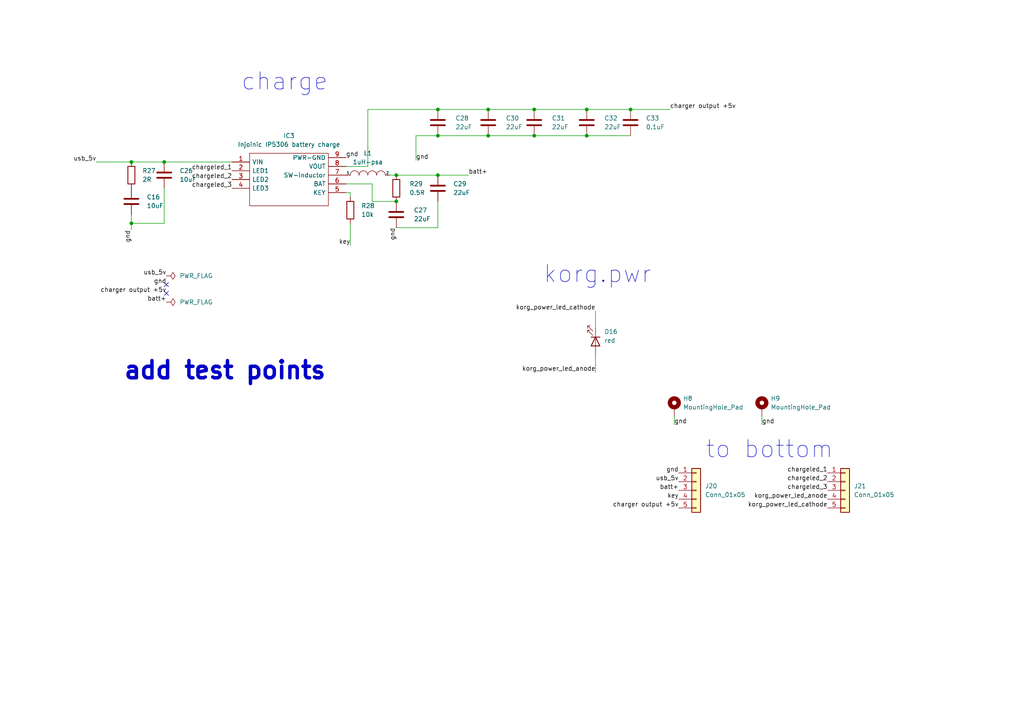
<source format=kicad_sch>
(kicad_sch (version 20211123) (generator eeschema)
  (paper "A4")
  (lib_symbols
    (symbol "Connector_Generic:Conn_01x05" (pin_names (offset 1.016) hide)
      (property "Reference" "J" (at 0 7.62 0))
      (property "Value" "Conn_01x05" (at 0 -7.62 0))
      (symbol "Conn_01x05_1_1"
        (rectangle (start -1.27 -4.953) (end 0 -5.207) (stroke (width 0.1524)))
        (rectangle (start -1.27 -2.413) (end 0 -2.667) (stroke (width 0.1524)))
        (rectangle (start -1.27 0.127) (end 0 -0.127) (stroke (width 0.1524)))
        (rectangle (start -1.27 2.667) (end 0 2.413) (stroke (width 0.1524)))
        (rectangle (start -1.27 5.207) (end 0 4.953) (stroke (width 0.1524)))
        (rectangle (start -1.27 6.35) (end 1.27 -6.35) (stroke (width 0.254)) (fill (type background)))
        (pin passive line (at -5.08 5.08 0) (length 3.81) (name "Pin_1") (number "1"))
        (pin passive line (at -5.08 2.54 0) (length 3.81) (name "Pin_2") (number "2"))
        (pin passive line (at -5.08 0 0) (length 3.81) (name "Pin_3") (number "3"))
        (pin passive line (at -5.08 -2.54 0) (length 3.81) (name "Pin_4") (number "4"))
        (pin passive line (at -5.08 -5.08 0) (length 3.81) (name "Pin_5") (number "5"))
      )
    )
    (symbol "Device:C" (pin_numbers hide) (pin_names (offset 0.254))
      (property "Reference" "C" (at 0.635 2.54 0))
      (property "Value" "C" (at 0.635 -2.54 0))
      (symbol "C_0_1"
        (polyline (pts (xy -2.032 -0.762) (xy 2.032 -0.762)) (stroke (width 0.508)))
        (polyline (pts (xy -2.032 0.762) (xy 2.032 0.762)) (stroke (width 0.508)))
      )
      (symbol "C_1_1"
        (pin passive line (at 0 3.81 270) (length 2.794) (name "~") (number "1"))
        (pin passive line (at 0 -3.81 90) (length 2.794) (name "~") (number "2"))
      )
    )
    (symbol "Device:LED" (pin_numbers hide) (pin_names (offset 1.016) hide)
      (property "Reference" "D" (at 0 2.54 0))
      (property "Value" "LED" (at 0 -2.54 0))
      (symbol "LED_0_1"
        (polyline (pts (xy -1.27 -1.27) (xy -1.27 1.27)) (stroke (width 0.254)))
        (polyline (pts (xy -1.27 0) (xy 1.27 0)))
        (polyline (pts (xy 1.27 -1.27) (xy 1.27 1.27) (xy -1.27 0) (xy 1.27 -1.27)) (stroke (width 0.254)))
        (polyline (pts (xy -3.048 -0.762) (xy -4.572 -2.286) (xy -3.81 -2.286) (xy -4.572 -2.286) (xy -4.572 -1.524)))
        (polyline (pts (xy -1.778 -0.762) (xy -3.302 -2.286) (xy -2.54 -2.286) (xy -3.302 -2.286) (xy -3.302 -1.524)))
      )
      (symbol "LED_1_1"
        (pin passive line (at -3.81 0 0) (length 2.54) (name "K") (number "1"))
        (pin passive line (at 3.81 0 180) (length 2.54) (name "A") (number "2"))
      )
    )
    (symbol "Device:R" (pin_numbers hide) (pin_names (offset 0))
      (property "Reference" "R" (at 2.032 0 90))
      (property "Value" "R" (at 0 0 90))
      (symbol "R_0_1"
        (rectangle (start -1.016 -2.54) (end 1.016 2.54) (stroke (width 0.254)))
      )
      (symbol "R_1_1"
        (pin passive line (at 0 3.81 270) (length 1.27) (name "~") (number "1"))
        (pin passive line (at 0 -3.81 90) (length 1.27) (name "~") (number "2"))
      )
    )
    (symbol "Mechanical:MountingHole_Pad" (pin_numbers hide) (pin_names (offset 1.016) hide)
      (property "Reference" "H" (at 0 6.35 0))
      (property "Value" "MountingHole_Pad" (at 0 4.445 0))
      (symbol "MountingHole_Pad_0_1"
        (circle (center 0 1.27) (radius 1.27) (stroke (width 1.27)))
      )
      (symbol "MountingHole_Pad_1_1"
        (pin input line (at 0 -2.54 90) (length 2.54) (name "1") (number "1"))
      )
    )
    (symbol "clarinoid2:Injoinic IP5306 battery charge" (pin_names (offset 0.762))
      (property "Reference" "IC" (at -11.43 10.16 0))
      (property "Value" "Injoinic IP5306 battery charge" (at -11.43 7.62 0))
      (symbol "Injoinic IP5306 battery charge_0_0"
        (pin power_in line (at -16.51 3.81 0) (length 5.08) (name "VIN") (number "1"))
        (pin output line (at -16.51 1.27 0) (length 5.08) (name "LED1") (number "2"))
        (pin output line (at -16.51 -1.27 0) (length 5.08) (name "LED2") (number "3"))
        (pin passive line (at -16.51 -3.81 0) (length 5.08) (name "LED3") (number "4"))
        (pin passive line (at 16.51 -5.08 180) (length 5.08) (name "KEY") (number "5"))
        (pin passive line (at 16.51 -2.54 180) (length 5.08) (name "BAT") (number "6"))
        (pin passive line (at 16.51 0 180) (length 5.08) (name "SW-inductor") (number "7"))
        (pin power_out line (at 16.51 2.54 180) (length 5.08) (name "VOUT") (number "8"))
        (pin power_out line (at 16.51 5.08 180) (length 5.08) (name "PWR-GND") (number "9"))
      )
      (symbol "Injoinic IP5306 battery charge_0_1"
        (polyline (pts (xy -11.43 6.35) (xy 11.43 6.35) (xy 11.43 -8.89) (xy -11.43 -8.89) (xy -11.43 6.35)) (stroke (width 0.1524)))
      )
    )
    (symbol "power:PWR_FLAG" (power) (pin_numbers hide) (pin_names (offset 0) hide)
      (property "Value" "PWR_FLAG" (at 0 3.81 0))
      (symbol "PWR_FLAG_0_0"
        (pin power_out line (at 0 0 90) (length 0) (name "pwr") (number "1"))
      )
      (symbol "PWR_FLAG_0_1"
        (polyline (pts (xy 0 0) (xy 0 1.27) (xy -1.016 1.905) (xy 0 2.54) (xy 1.016 1.905) (xy 0 1.27)))
      )
    )
    (symbol "pspice:INDUCTOR" (pin_numbers hide) (pin_names (offset 0))
      (property "Reference" "L" (at 0 2.54 0))
      (property "Value" "INDUCTOR" (at 0 -1.27 0))
      (symbol "INDUCTOR_0_1"
        (arc (start -2.54 0) (mid -3.81 1.27) (end -5.08 0))
        (arc (start 0 0) (mid -1.27 1.27) (end -2.54 0))
        (arc (start 2.54 0) (mid 1.27 1.27) (end 0 0))
        (arc (start 5.08 0) (mid 3.81 1.27) (end 2.54 0))
      )
      (symbol "INDUCTOR_1_1"
        (pin input line (at -6.35 0 0) (length 1.27) (name "1") (number "1"))
        (pin input line (at 6.35 0 180) (length 1.27) (name "2") (number "2"))
      )
    )
  )
  (junction (at 38.1 46.99))
  (junction (at 141.605 31.75))
  (junction (at 47.625 46.99))
  (junction (at 114.935 58.42))
  (junction (at 141.605 39.37))
  (junction (at 38.1 64.77))
  (junction (at 170.18 31.75))
  (junction (at 127 31.75))
  (junction (at 154.94 39.37))
  (junction (at 154.94 31.75))
  (junction (at 127 50.8))
  (junction (at 170.18 39.37))
  (junction (at 182.88 31.75))
  (junction (at 114.935 50.8))
  (junction (at 127 39.37))
  (no_connect (at 48.26 82.55))
  (no_connect (at 48.26 85.09))
  (wire (pts (xy 120.65 39.37) (xy 120.65 46.482)))
  (wire (pts (xy 47.625 64.77) (xy 38.1 64.77)))
  (wire (pts (xy 114.935 50.8) (xy 127 50.8)))
  (wire (pts (xy 127 66.04) (xy 127 58.42)))
  (wire (pts (xy 100.33 48.26) (xy 106.68 48.26)))
  (wire (pts (xy 38.1 64.77) (xy 38.1 66.675)))
  (wire (pts (xy 172.72 90.17) (xy 172.72 95.25)))
  (wire (pts (xy 101.6 71.12) (xy 101.6 64.77)))
  (wire (pts (xy 114.935 66.04) (xy 127 66.04)))
  (wire (pts (xy 38.1 62.23) (xy 38.1 64.77)))
  (wire (pts (xy 101.6 55.88) (xy 101.6 57.15)))
  (wire (pts (xy 182.88 39.37) (xy 170.18 39.37)))
  (wire (pts (xy 182.88 31.75) (xy 170.18 31.75)))
  (wire (pts (xy 141.605 31.75) (xy 127 31.75)))
  (wire (pts (xy 107.95 58.42) (xy 114.935 58.42)))
  (wire (pts (xy 107.95 53.34) (xy 107.95 58.42)))
  (wire (pts (xy 195.58 123.19) (xy 195.58 120.65)))
  (wire (pts (xy 170.18 31.75) (xy 154.94 31.75)))
  (wire (pts (xy 154.94 39.37) (xy 141.605 39.37)))
  (wire (pts (xy 194.31 31.75) (xy 182.88 31.75)))
  (wire (pts (xy 172.72 107.95) (xy 172.72 102.87)))
  (wire (pts (xy 27.94 46.99) (xy 38.1 46.99)))
  (wire (pts (xy 154.94 31.75) (xy 141.605 31.75)))
  (wire (pts (xy 127 39.37) (xy 120.65 39.37)))
  (wire (pts (xy 38.1 46.99) (xy 47.625 46.99)))
  (wire (pts (xy 106.68 48.26) (xy 106.68 31.75)))
  (wire (pts (xy 170.18 39.37) (xy 154.94 39.37)))
  (wire (pts (xy 106.68 31.75) (xy 127 31.75)))
  (wire (pts (xy 220.98 123.19) (xy 220.98 120.65)))
  (wire (pts (xy 141.605 39.37) (xy 127 39.37)))
  (wire (pts (xy 100.33 55.88) (xy 101.6 55.88)))
  (wire (pts (xy 47.625 54.61) (xy 47.625 64.77)))
  (wire (pts (xy 100.33 53.34) (xy 107.95 53.34)))
  (wire (pts (xy 113.03 50.8) (xy 114.935 50.8)))
  (wire (pts (xy 47.625 46.99) (xy 67.31 46.99)))
  (wire (pts (xy 127 50.8) (xy 135.89 50.8)))
  (text "to bottom" (at 204.47 133.35 0) (effects (font (size 5 5)) (justify left bottom)))
  (text "korg.pwr" (at 157.48 82.55 0) (effects (font (size 5 5)) (justify left bottom)))
  (text "add test points" (at 35.56 110.49 0) (effects (font (size 5 5) (thickness 1) bold) (justify left bottom)))
  (text "charge" (at 69.85 26.67 0) (effects (font (size 5 5)) (justify left bottom)))
  (label "usb_5v" (at 196.85 139.7 180))
  (label "chargeled_2" (at 67.31 52.07 180))
  (label "chargeled_2" (at 240.03 139.7 180))
  (label "chargeled_3" (at 67.31 54.61 180))
  (label "batt+" (at 48.26 87.63 180))
  (label "korg_power_led_cathode" (at 172.72 90.17 180))
  (label "chargeled_1" (at 67.31 49.53 180))
  (label "gnd" (at 38.1 66.675 270))
  (label "charger output +5v" (at 48.26 85.09 180))
  (label "gnd" (at 196.85 137.16 180))
  (label "usb_5v" (at 27.94 46.99 180))
  (label "gnd" (at 120.65 46.482 0))
  (label "gnd" (at 220.98 123.19 0))
  (label "charger output +5v" (at 196.85 147.32 180))
  (label "korg_power_led_cathode" (at 240.03 147.32 180))
  (label "usb_5v" (at 48.26 80.01 180))
  (label "charger output +5v" (at 194.31 31.75 0))
  (label "chargeled_3" (at 240.03 142.24 180))
  (label "gnd" (at 114.935 66.04 270))
  (label "gnd" (at 48.26 82.55 180))
  (label "chargeled_1" (at 240.03 137.16 180))
  (label "key" (at 101.6 71.12 180))
  (label "gnd" (at 195.58 123.19 0))
  (label "batt+" (at 196.85 142.24 180))
  (label "gnd" (at 100.33 45.72 0))
  (label "key" (at 196.85 144.78 180))
  (label "batt+" (at 135.89 50.8 0))
  (label "korg_power_led_anode" (at 240.03 144.78 180))
  (label "korg_power_led_anode" (at 172.72 107.95 180))
  (symbol (lib_id "Device:R") (at 38.1 50.8 0) (unit 1)
    (property "Reference" "R27" (at 41.275 49.5299 0) (effects (justify left)))
    (property "Value" "2R" (at 41.275 52.0699 0) (effects (justify left)))
    (property "Footprint" "Resistor_SMD:R_1206_3216Metric" (effects hide))
    (property "LCSC part number" "C17942" (effects hide))
    (property "LCSC" "C17942" (effects hide))
  )
  (symbol (lib_id "pspice:INDUCTOR") (at 106.68 50.8 0) (unit 1)
    (property "Reference" "L1" (at 106.68 44.45 0))
    (property "Value" "1uH-psa" (at 106.68 46.99 0))
    (property "Footprint" "clarinoid2:Inductor_MCS0630-1R0MN2" (effects hide))
    (property "LCSC part number" "C385251" (effects hide))
    (property "LCSC" "C385251" (effects hide))
  )
  (symbol (lib_id "clarinoid2:Injoinic IP5306 battery charge") (at 83.82 50.8 0) (unit 1)
    (property "Reference" "IC3" (at 83.82 39.37 0))
    (property "Value" "Injoinic IP5306 battery charge" (at 83.82 41.91 0))
    (property "Footprint" "clarinoid2:SOIC127P599X155-9N (IP5306)" (effects hide))
    (property "Datasheet" "http://www.injoinic.com/wwwroot/uploads/files/20200221/0405f23c247a34d3990ae100c8b20a27.pdf" (effects hide))
    (property "LCSC part number" "C181692" (effects hide))
    (property "LCSC" "C181692" (effects hide))
  )
  (symbol (lib_id "Connector_Generic:Conn_01x05") (at 201.93 142.24 0) (unit 1) (in_bom no)
    (property "Reference" "J20" (at 204.47 140.9699 0) (effects (justify left)))
    (property "Value" "Conn_01x05" (at 204.47 143.5099 0) (effects (justify left)))
    (property "Footprint" "Connector_PinSocket_2.54mm:PinSocket_1x05_P2.54mm_Vertical" (effects hide))
    (property "LCSC" "C50950" (effects hide))
    (property "LCSC part number" "C50950" (effects hide))
  )
  (symbol (lib_id "Device:LED") (at 172.72 99.06 270) (unit 1)
    (property "Reference" "D16" (at 175.26 96.2024 90) (effects (justify left)))
    (property "Value" "red" (at 175.26 98.7424 90) (effects (justify left)))
    (property "Footprint" "LED_SMD:LED_0805_2012Metric" (effects hide))
    (property "LCSC part number" "C264424" (effects hide))
    (property "LCSC" "C264424" (effects hide))
  )
  (symbol (lib_id "Device:R") (at 101.6 60.96 0) (unit 1)
    (property "Reference" "R28" (at 104.775 59.6899 0) (effects (justify left)))
    (property "Value" "10k" (at 104.775 62.2299 0) (effects (justify left)))
    (property "Footprint" "Resistor_SMD:R_1206_3216Metric" (effects hide))
    (property "LCSC part number" "C17902" (effects hide))
    (property "LCSC" "C17902" (effects hide))
  )
  (symbol (lib_id "Device:C") (at 127 54.61 0) (unit 1)
    (property "Reference" "C29" (at 131.445 53.3399 0) (effects (justify left)))
    (property "Value" "22uF" (at 131.445 55.8799 0) (effects (justify left)))
    (property "Footprint" "Capacitor_SMD:C_1206_3216Metric" (effects hide))
    (property "LCSC part number" "C12891" (effects hide))
    (property "LCSC" "C12891" (effects hide))
  )
  (symbol (lib_id "Device:C") (at 141.605 35.56 0) (unit 1)
    (property "Reference" "C30" (at 146.685 34.2899 0) (effects (justify left)))
    (property "Value" "22uF" (at 146.685 36.8299 0) (effects (justify left)))
    (property "Footprint" "Capacitor_SMD:C_1206_3216Metric" (effects hide))
    (property "LCSC part number" "C12891" (effects hide))
    (property "LCSC" "C12891" (effects hide))
  )
  (symbol (lib_id "Mechanical:MountingHole_Pad") (at 220.98 118.11 0) (unit 1) (in_bom no)
    (property "Reference" "H9" (at 223.52 115.5699 0) (effects (justify left)))
    (property "Value" "MountingHole_Pad" (at 223.52 118.1099 0) (effects (justify left)))
    (property "Footprint" "MountingHole:MountingHole_3.2mm_M3_Pad_Via" (effects hide))
  )
  (symbol (lib_id "power:PWR_FLAG") (at 48.26 80.01 270) (unit 1)
    (property "Reference" "#FLG0105" (effects hide))
    (property "Value" "PWR_FLAG" (at 52.07 80.0099 90) (effects (justify left)))
  )
  (symbol (lib_id "Device:C") (at 154.94 35.56 0) (unit 1)
    (property "Reference" "C31" (at 160.02 34.2899 0) (effects (justify left)))
    (property "Value" "22uF" (at 160.02 36.8299 0) (effects (justify left)))
    (property "Footprint" "Capacitor_SMD:C_1206_3216Metric" (effects hide))
    (property "LCSC part number" "C12891" (effects hide))
    (property "LCSC" "C12891" (effects hide))
  )
  (symbol (lib_id "Connector_Generic:Conn_01x05") (at 245.11 142.24 0) (unit 1) (in_bom no)
    (property "Reference" "J21" (at 247.65 140.9699 0) (effects (justify left)))
    (property "Value" "Conn_01x05" (at 247.65 143.5099 0) (effects (justify left)))
    (property "Footprint" "Connector_PinSocket_2.54mm:PinSocket_1x05_P2.54mm_Vertical" (effects hide))
    (property "LCSC" "C50950" (effects hide))
    (property "LCSC part number" "C50950" (effects hide))
  )
  (symbol (lib_id "Device:C") (at 114.935 62.23 0) (unit 1)
    (property "Reference" "C27" (at 120.015 60.9599 0) (effects (justify left)))
    (property "Value" "22uF" (at 120.015 63.4999 0) (effects (justify left)))
    (property "Footprint" "Capacitor_SMD:C_1206_3216Metric" (effects hide))
    (property "LCSC part number" "C12891" (effects hide))
    (property "LCSC" "C12891" (effects hide))
  )
  (symbol (lib_id "Mechanical:MountingHole_Pad") (at 195.58 118.11 0) (unit 1) (in_bom no)
    (property "Reference" "H8" (at 198.12 115.5699 0) (effects (justify left)))
    (property "Value" "MountingHole_Pad" (at 198.12 118.1099 0) (effects (justify left)))
    (property "Footprint" "MountingHole:MountingHole_3.2mm_M3_Pad_Via" (effects hide))
  )
  (symbol (lib_id "power:PWR_FLAG") (at 48.26 87.63 270) (unit 1)
    (property "Reference" "#FLG0108" (effects hide))
    (property "Value" "PWR_FLAG" (at 52.07 87.6299 90) (effects (justify left)))
  )
  (symbol (lib_id "Device:C") (at 127 35.56 0) (unit 1)
    (property "Reference" "C28" (at 132.08 34.2899 0) (effects (justify left)))
    (property "Value" "22uF" (at 132.08 36.8299 0) (effects (justify left)))
    (property "Footprint" "Capacitor_SMD:C_1206_3216Metric" (effects hide))
    (property "LCSC part number" "C12891" (effects hide))
    (property "LCSC" "C12891" (effects hide))
  )
  (symbol (lib_id "Device:C") (at 47.625 50.8 0) (unit 1)
    (property "Reference" "C26" (at 52.07 49.5299 0) (effects (justify left)))
    (property "Value" "10uF" (at 52.07 52.0699 0) (effects (justify left)))
    (property "Footprint" "Capacitor_SMD:C_1206_3216Metric" (effects hide))
    (property "LCSC part number" "C13585" (effects hide))
    (property "LCSC" "C13585" (effects hide))
  )
  (symbol (lib_id "Device:C") (at 38.1 58.42 0) (unit 1)
    (property "Reference" "C16" (at 42.545 57.1499 0) (effects (justify left)))
    (property "Value" "10uF" (at 42.545 59.6899 0) (effects (justify left)))
    (property "Footprint" "Capacitor_SMD:C_1206_3216Metric" (effects hide))
    (property "LCSC part number" "C13585" (effects hide))
    (property "LCSC" "C13585" (effects hide))
  )
  (symbol (lib_id "Device:C") (at 182.88 35.56 0) (unit 1)
    (property "Reference" "C33" (at 187.325 34.2899 0) (effects (justify left)))
    (property "Value" "0.1uF" (at 187.325 36.8299 0) (effects (justify left)))
    (property "Footprint" "Capacitor_SMD:C_1206_3216Metric" (effects hide))
    (property "LCSC part number" "C24497" (effects hide))
    (property "LCSC" "C24497" (effects hide))
  )
  (symbol (lib_id "Device:R") (at 114.935 54.61 0) (unit 1)
    (property "Reference" "R29" (at 118.745 53.3399 0) (effects (justify left)))
    (property "Value" "0.5R" (at 118.745 55.8799 0) (effects (justify left)))
    (property "Footprint" "Resistor_SMD:R_1206_3216Metric" (effects hide))
    (property "LCSC part number" "C25340" (effects hide))
    (property "LCSC" "C25340" (effects hide))
  )
  (symbol (lib_id "Device:C") (at 170.18 35.56 0) (unit 1)
    (property "Reference" "C32" (at 175.26 34.2899 0) (effects (justify left)))
    (property "Value" "22uF" (at 175.26 36.8299 0) (effects (justify left)))
    (property "Footprint" "Capacitor_SMD:C_1206_3216Metric" (effects hide))
    (property "LCSC part number" "C12891" (effects hide))
    (property "LCSC" "C12891" (effects hide))
  )
)
</source>
